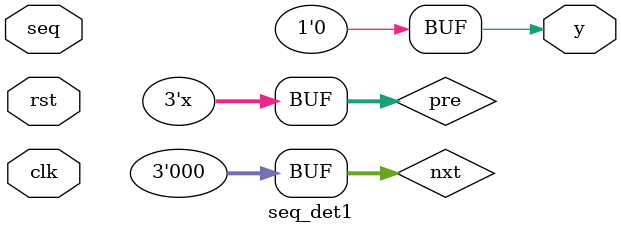
<source format=v>
module seq_det1(
    input clk,rst,seq,
    output reg  y
    );
localparam a=3'b000;
localparam b=3'b001;
localparam c=3'b010;
localparam d=3'b011;
localparam e=3'b100;
localparam f=3'b101;
localparam g=3'b110;

reg [2:0] pre,nxt;
always @ (posedge clk,posedge rst)
begin
   if(rst) pre=a;
	else  pre=nxt;
end
always @ *
   begin
     pre=nxt;
     y=1'b0;
     case(pre)
       a:if(seq)  nxt=b;
         else nxt=a;	
       b:if(seq)  nxt=c;
         else nxt=a;
       c:if(seq)  nxt=c;
         else nxt=d;
		 d:if(seq)  nxt=e;
         else nxt=a;	
       e:if(seq)  nxt=f;
         else nxt=a;
       f:if(seq)  nxt=b;
         else nxt=g;
       g:if(seq) begin
     		 nxt=d;  y=1'b1;
			 end
         else nxt=a;
       default:begin
         y=1'b0;   nxt=a;
        end
     endcase
   end	  
endmodule

</source>
